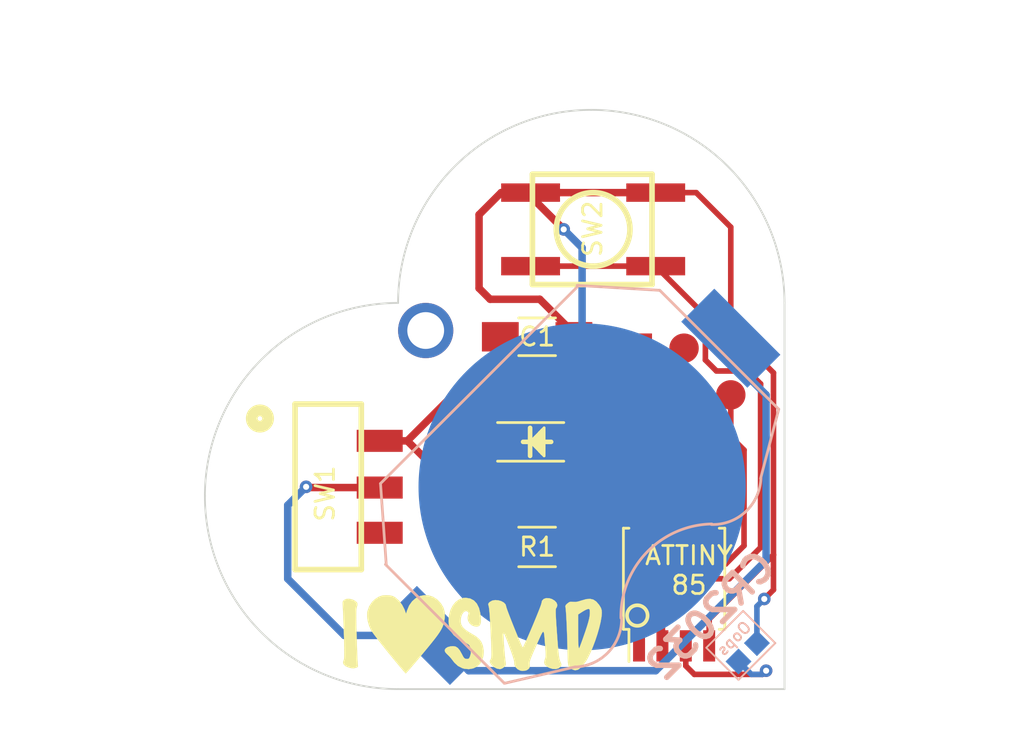
<source format=kicad_pcb>
(kicad_pcb (version 4) (host pcbnew 4.0.7)

  (general
    (links 21)
    (no_connects 0)
    (area 176.970001 66.622599 236.67 109.450001)
    (thickness 1.6)
    (drawings 32)
    (tracks 105)
    (zones 0)
    (modules 12)
    (nets 11)
  )

  (page USLetter)
  (layers
    (0 F.Cu signal)
    (31 B.Cu signal)
    (34 B.Paste user)
    (35 F.Paste user)
    (36 B.SilkS user)
    (37 F.SilkS user)
    (38 B.Mask user)
    (39 F.Mask user)
    (40 Dwgs.User user)
    (44 Edge.Cuts user)
  )

  (setup
    (last_trace_width 0.4064)
    (user_trace_width 0.254)
    (user_trace_width 0.3048)
    (user_trace_width 0.4064)
    (user_trace_width 0.6096)
    (user_trace_width 2.032)
    (trace_clearance 0.1524)
    (zone_clearance 0.508)
    (zone_45_only no)
    (trace_min 0.1524)
    (segment_width 0.1)
    (edge_width 0.1)
    (via_size 0.6858)
    (via_drill 0.3302)
    (via_min_size 0.6858)
    (via_min_drill 0.3302)
    (user_via 1 0.5)
    (uvia_size 0.762)
    (uvia_drill 0.508)
    (uvias_allowed no)
    (uvia_min_size 0.508)
    (uvia_min_drill 0.127)
    (pcb_text_width 0.3)
    (pcb_text_size 1.5 1.5)
    (mod_edge_width 0.15)
    (mod_text_size 1 1)
    (mod_text_width 0.15)
    (pad_size 1.6 1.6)
    (pad_drill 0.9652)
    (pad_to_mask_clearance 0)
    (aux_axis_origin 0 0)
    (grid_origin 210.82 95.25)
    (visible_elements 7FFFFFFF)
    (pcbplotparams
      (layerselection 0x010f0_80000001)
      (usegerberextensions true)
      (excludeedgelayer true)
      (linewidth 0.100000)
      (plotframeref false)
      (viasonmask false)
      (mode 1)
      (useauxorigin false)
      (hpglpennumber 1)
      (hpglpenspeed 20)
      (hpglpendiameter 15)
      (hpglpenoverlay 2)
      (psnegative false)
      (psa4output false)
      (plotreference true)
      (plotvalue true)
      (plotinvisibletext false)
      (padsonsilk false)
      (subtractmaskfromsilk false)
      (outputformat 1)
      (mirror false)
      (drillshape 0)
      (scaleselection 1)
      (outputdirectory gerbers/))
  )

  (net 0 "")
  (net 1 GND)
  (net 2 +BATT)
  (net 3 "Net-(BT1-Pad1)")
  (net 4 "Net-(D1-Pad1)")
  (net 5 "Net-(ATTINY1-Pad1)")
  (net 6 "Net-(ATTINY1-Pad2)")
  (net 7 "Net-(ATTINY1-Pad3)")
  (net 8 "Net-(ATTINY1-Pad5)")
  (net 9 "Net-(ATTINY1-Pad6)")
  (net 10 "Net-(ATTINY1-Pad7)")

  (net_class Default "This is the default net class."
    (clearance 0.1524)
    (trace_width 0.1524)
    (via_dia 0.6858)
    (via_drill 0.3302)
    (uvia_dia 0.762)
    (uvia_drill 0.508)
    (add_net +BATT)
    (add_net GND)
    (add_net "Net-(ATTINY1-Pad1)")
    (add_net "Net-(ATTINY1-Pad2)")
    (add_net "Net-(ATTINY1-Pad3)")
    (add_net "Net-(ATTINY1-Pad5)")
    (add_net "Net-(ATTINY1-Pad6)")
    (add_net "Net-(ATTINY1-Pad7)")
    (add_net "Net-(BT1-Pad1)")
    (add_net "Net-(D1-Pad1)")
  )

  (module myFootPrints:AVR-ISP-6 (layer F.Cu) (tedit 5A713405) (tstamp 5A7132EC)
    (at 211.82 88.25 90)
    (descr "6-lead dip package, row spacing 7.62 mm (300 mils)")
    (tags "dil dip 2.54 300")
    (path /58609061)
    (fp_text reference CON1 (at 0 -2.54 90) (layer F.SilkS) hide
      (effects (font (size 1 1) (thickness 0.15)))
    )
    (fp_text value AVR-ISP-6 (at 0 -3.72 90) (layer F.Fab) hide
      (effects (font (size 1 1) (thickness 0.15)))
    )
    (pad 1 smd oval (at 0 0 90) (size 1.6 1.6) (layers F.Cu F.Paste F.Mask)
      (net 9 "Net-(ATTINY1-Pad6)"))
    (pad 2 smd rect (at 2.54 0 90) (size 1.6 1.6) (layers F.Cu F.Paste F.Mask)
      (net 2 +BATT))
    (pad 3 smd oval (at 0 2.54 90) (size 1.6 1.6) (layers F.Cu F.Paste F.Mask)
      (net 10 "Net-(ATTINY1-Pad7)"))
    (pad 4 smd oval (at 2.54 2.54 90) (size 1.6 1.6) (layers F.Cu F.Paste F.Mask)
      (net 8 "Net-(ATTINY1-Pad5)"))
    (pad 5 smd oval (at 0 5.08 90) (size 1.6 1.6) (layers F.Cu F.Paste F.Mask)
      (net 5 "Net-(ATTINY1-Pad1)"))
    (pad 6 smd oval (at 2.54 5.08 90) (size 1.6 1.6) (layers F.Cu F.Paste F.Mask)
      (net 1 GND))
  )

  (module myFootPrints:SW_SMD_PUSH (layer F.Cu) (tedit 5A2A1ABD) (tstamp 5A2A110C)
    (at 212.82 81.25 180)
    (descr "Through hole pin header")
    (tags "pin header")
    (path /58609F3B)
    (fp_text reference SW2 (at 3.429 2.032 270) (layer F.SilkS)
      (effects (font (size 1 1) (thickness 0.15)))
    )
    (fp_text value SW_PUSH (at 0 -3.1 180) (layer F.Fab)
      (effects (font (size 1 1) (thickness 0.15)))
    )
    (fp_circle (center 3.4 2) (end 3.4 0) (layer F.SilkS) (width 0.3048))
    (fp_line (start 6.7 5) (end 6.7 -1) (layer F.SilkS) (width 0.3048))
    (fp_line (start 0.2 -1) (end 0.2 5) (layer F.SilkS) (width 0.3048))
    (fp_line (start 0.2 5) (end 6.7 5) (layer F.SilkS) (width 0.3048))
    (fp_line (start 0.2 -1) (end 6.7 -1) (layer F.SilkS) (width 0.3048))
    (fp_line (start -1.75 -1.75) (end -1.75 14.45) (layer F.CrtYd) (width 0.05))
    (fp_line (start 4.3 -1.75) (end 4.3 14.45) (layer F.CrtYd) (width 0.05))
    (fp_line (start -1.75 -1.75) (end 4.3 -1.75) (layer F.CrtYd) (width 0.05))
    (fp_line (start -1.75 14.45) (end 4.3 14.45) (layer F.CrtYd) (width 0.05))
    (pad 2 smd rect (at 6.8 4 180) (size 3.2 1) (layers F.Cu F.Paste F.Mask)
      (net 1 GND))
    (pad 1 smd rect (at 6.8 0 180) (size 3.2 1) (layers F.Cu F.Paste F.Mask)
      (net 6 "Net-(ATTINY1-Pad2)"))
    (pad 1 smd rect (at 0 0 180) (size 3.2 1) (layers F.Cu F.Paste F.Mask)
      (net 6 "Net-(ATTINY1-Pad2)"))
    (pad 2 smd rect (at 0 4 180) (size 3.2 1) (layers F.Cu F.Paste F.Mask)
      (net 1 GND))
    (model Pin_Headers.3dshapes/Pin_Header_Straight_2x06.wrl
      (at (xyz 0.05 -0.25 0))
      (scale (xyz 1 1 1))
      (rotate (xyz 0 0 90))
    )
  )

  (module SPST_SMD (layer F.Cu) (tedit 58D85833) (tstamp 586092E3)
    (at 197.82 93.25 270)
    (descr "Through hole pin header")
    (tags "pin header")
    (path /5860A0CD)
    (fp_text reference SW1 (at 0.365 2.97 270) (layer F.SilkS)
      (effects (font (size 1 1) (thickness 0.15)))
    )
    (fp_text value SPST (at 0.1 0 270) (layer F.Fab)
      (effects (font (size 1 1) (thickness 0.15)))
    )
    (fp_line (start -4.5 4.6) (end 4.5 4.6) (layer F.SilkS) (width 0.3048))
    (fp_line (start 4.5 1) (end 4.5 4.6) (layer F.SilkS) (width 0.3048))
    (fp_line (start -4.5 1) (end -4.5 4.6) (layer F.SilkS) (width 0.3048))
    (fp_line (start -4.5 1) (end 4.5 1) (layer F.SilkS) (width 0.3048))
    (fp_text user JS102011SAQN (at 0 1.7 270) (layer F.Fab)
      (effects (font (size 0.8 0.8) (thickness 0.1)))
    )
    (fp_line (start -1.75 14.45) (end 4.3 14.45) (layer F.CrtYd) (width 0.05))
    (pad "" np_thru_hole circle (at 3.4 2.75 270) (size 0.9 0.9) (drill 0.9) (layers *.Cu *.Mask))
    (pad 1 smd rect (at -2.5 0 270) (size 1.2 2.5) (layers F.Cu F.Paste F.Mask)
      (net 2 +BATT))
    (pad 2 smd rect (at 0.04 0 270) (size 1.2 2.5) (layers F.Cu F.Paste F.Mask)
      (net 3 "Net-(BT1-Pad1)"))
    (pad 3 smd rect (at 2.5 0 270) (size 1.2 2.5) (layers F.Cu F.Paste F.Mask))
    (pad "" np_thru_hole circle (at -3.4 2.75 270) (size 0.9 0.9) (drill 0.9) (layers *.Cu *.Mask))
  )

  (module myFootPrints:BATT_CR2032_SMD (layer B.Cu) (tedit 56CFB5D2) (tstamp 586093B2)
    (at 208.82 93.25 225)
    (tags battery)
    (path /56CFA61E)
    (fp_text reference BT1 (at 0 -5.08 225) (layer B.SilkS) hide
      (effects (font (size 1.72974 1.08712) (thickness 0.27178)) (justify mirror))
    )
    (fp_text value Battery (at 0 2.54 225) (layer B.SilkS) hide
      (effects (font (size 1.524 1.016) (thickness 0.254)) (justify mirror))
    )
    (fp_line (start -7.1755 -6.5405) (end -10.541 -4.572) (layer B.SilkS) (width 0.15))
    (fp_line (start 7.1755 -6.6675) (end 10.541 -4.572) (layer B.SilkS) (width 0.15))
    (fp_arc (start -5.4229 -4.6355) (end -3.5179 -6.4135) (angle -90) (layer B.SilkS) (width 0.15))
    (fp_arc (start 5.4102 -4.7625) (end 7.1882 -6.6675) (angle -90) (layer B.SilkS) (width 0.15))
    (fp_arc (start -0.0635 -10.033) (end -3.556 -6.4135) (angle -90) (layer B.SilkS) (width 0.15))
    (fp_line (start 7.62 7.874) (end 10.541 4.5085) (layer B.SilkS) (width 0.15))
    (fp_line (start -10.541 4.572) (end -7.5565 7.9375) (layer B.SilkS) (width 0.15))
    (fp_line (start -7.62 7.874) (end 7.62 7.874) (layer B.SilkS) (width 0.15))
    (fp_line (start -10.541 -4.572) (end -10.541 4.572) (layer B.SilkS) (width 0.15))
    (fp_line (start 10.541 -4.572) (end 10.541 4.572) (layer B.SilkS) (width 0.15))
    (fp_circle (center 0 0) (end -10.16 0) (layer Dwgs.User) (width 0.15))
    (pad 2 smd circle (at 0 0 225) (size 17.78 17.78) (layers B.Cu B.Paste B.Mask)
      (net 1 GND))
    (pad 1 smd rect (at -11.43 0 225) (size 2.54 5.08) (layers B.Cu B.Paste B.Mask)
      (net 3 "Net-(BT1-Pad1)"))
    (pad 1 smd rect (at 11.43 0 225) (size 2.54 5.08) (layers B.Cu B.Paste B.Mask)
      (net 3 "Net-(BT1-Pad1)"))
  )

  (module Pin_Headers:Pin_Header_Straight_1x01 (layer F.Cu) (tedit 5A2A157C) (tstamp 5A2A0E72)
    (at 217.32 102.75 45)
    (descr "Through hole pin header")
    (tags "pin header")
    (path /5A2A0FD5)
    (fp_text reference P2 (at 0 -1.27 45) (layer F.SilkS) hide
      (effects (font (size 1 1) (thickness 0.15)))
    )
    (fp_text value CONN_01X01 (at 0 0.762 45) (layer F.Fab)
      (effects (font (size 0.127 0.127) (thickness 0.03175)))
    )
    (pad 1 smd rect (at 0 0 45) (size 1 1) (layers B.Cu B.Paste B.Mask)
      (net 7 "Net-(ATTINY1-Pad3)"))
    (model Pin_Headers.3dshapes/Pin_Header_Straight_1x01.wrl
      (at (xyz 0 0 0))
      (scale (xyz 1 1 1))
      (rotate (xyz 0 0 90))
    )
  )

  (module Pin_Headers:Pin_Header_Straight_1x01 (layer F.Cu) (tedit 5A2A1594) (tstamp 5A2A0E77)
    (at 218.32 101.75 45)
    (descr "Through hole pin header")
    (tags "pin header")
    (path /5A2A100C)
    (fp_text reference P3 (at 0 -1.016 45) (layer F.SilkS) hide
      (effects (font (size 1 1) (thickness 0.15)))
    )
    (fp_text value CONN_01X01 (at 0 -0.762 45) (layer F.Fab)
      (effects (font (size 0.127 0.127) (thickness 0.03175)))
    )
    (pad 1 smd rect (at 0 0 45) (size 1 1) (layers B.Cu B.Paste B.Mask)
      (net 1 GND))
    (model Pin_Headers.3dshapes/Pin_Header_Straight_1x01.wrl
      (at (xyz 0 0 0))
      (scale (xyz 1 1 1))
      (rotate (xyz 0 0 90))
    )
  )

  (module Housings_SOIC:SOIJ-8_5.3x5.3mm_Pitch1.27mm (layer F.Cu) (tedit 5A2A11B7) (tstamp 58C47A99)
    (at 213.82 98.25 90)
    (descr "8-Lead Plastic Small Outline (SM) - Medium, 5.28 mm Body [SOIC] (see Microchip Packaging Specification 00000049BS.pdf)")
    (tags "SOIC 1.27")
    (path /58C478D3)
    (attr smd)
    (fp_text reference ATTINY1 (at 1.651 0 180) (layer F.SilkS) hide
      (effects (font (size 1 1) (thickness 0.15)))
    )
    (fp_text value ATTINY85-S (at -0.254 0 180) (layer F.SilkS) hide
      (effects (font (size 1 1) (thickness 0.15)))
    )
    (fp_circle (center -2 -2) (end -2.25 -2.5) (layer F.SilkS) (width 0.2))
    (fp_line (start -4.75 -2.95) (end -4.75 2.95) (layer F.CrtYd) (width 0.05))
    (fp_line (start 4.75 -2.95) (end 4.75 2.95) (layer F.CrtYd) (width 0.05))
    (fp_line (start -4.75 -2.95) (end 4.75 -2.95) (layer F.CrtYd) (width 0.05))
    (fp_line (start -4.75 2.95) (end 4.75 2.95) (layer F.CrtYd) (width 0.05))
    (fp_line (start -2.75 -2.755) (end -2.75 -2.455) (layer F.SilkS) (width 0.15))
    (fp_line (start 2.75 -2.755) (end 2.75 -2.455) (layer F.SilkS) (width 0.15))
    (fp_line (start 2.75 2.755) (end 2.75 2.455) (layer F.SilkS) (width 0.15))
    (fp_line (start -2.75 2.755) (end -2.75 2.455) (layer F.SilkS) (width 0.15))
    (fp_line (start -2.75 -2.755) (end 2.75 -2.755) (layer F.SilkS) (width 0.15))
    (fp_line (start -2.75 2.755) (end 2.75 2.755) (layer F.SilkS) (width 0.15))
    (fp_line (start -2.75 -2.455) (end -4.5 -2.455) (layer F.SilkS) (width 0.15))
    (pad 1 smd rect (at -3.65 -1.905 90) (size 1.7 0.65) (layers F.Cu F.Paste F.Mask)
      (net 5 "Net-(ATTINY1-Pad1)"))
    (pad 2 smd rect (at -3.65 -0.635 90) (size 1.7 0.65) (layers F.Cu F.Paste F.Mask)
      (net 6 "Net-(ATTINY1-Pad2)"))
    (pad 3 smd rect (at -3.65 0.635 90) (size 1.7 0.65) (layers F.Cu F.Paste F.Mask)
      (net 7 "Net-(ATTINY1-Pad3)"))
    (pad 4 smd rect (at -3.65 1.905 90) (size 1.7 0.65) (layers F.Cu F.Paste F.Mask)
      (net 1 GND))
    (pad 5 smd rect (at 3.65 1.905 90) (size 1.7 0.65) (layers F.Cu F.Paste F.Mask)
      (net 8 "Net-(ATTINY1-Pad5)"))
    (pad 6 smd rect (at 3.65 0.635 90) (size 1.7 0.65) (layers F.Cu F.Paste F.Mask)
      (net 9 "Net-(ATTINY1-Pad6)"))
    (pad 7 smd rect (at 3.65 -0.635 90) (size 1.7 0.65) (layers F.Cu F.Paste F.Mask)
      (net 10 "Net-(ATTINY1-Pad7)"))
    (pad 8 smd rect (at 3.65 -1.905 90) (size 1.7 0.65) (layers F.Cu F.Paste F.Mask)
      (net 2 +BATT))
    (model Housings_SOIC.3dshapes/SOIJ-8_5.3x5.3mm_Pitch1.27mm.wrl
      (at (xyz 0 0 0))
      (scale (xyz 1 1 1))
      (rotate (xyz 0 0 0))
    )
  )

  (module LEDs:LED-1206 (layer F.Cu) (tedit 58C4D23A) (tstamp 58C47B3C)
    (at 206.375 90.805)
    (descr "LED 1206 smd package")
    (tags "LED1206 SMD")
    (path /58C49927)
    (attr smd)
    (fp_text reference D1 (at 0 -2) (layer F.SilkS) hide
      (effects (font (size 1 1) (thickness 0.15)))
    )
    (fp_text value LED (at 0 2) (layer F.Fab)
      (effects (font (size 1 1) (thickness 0.15)))
    )
    (fp_line (start -0.762 0) (end 0.762 0) (layer F.SilkS) (width 0.25))
    (fp_line (start -0.381 -0.762) (end -0.381 0.762) (layer F.SilkS) (width 0.25))
    (fp_line (start -0.635 0) (end -0.508 0) (layer F.SilkS) (width 0.15))
    (fp_line (start 0.254 0.635) (end 0.381 0.762) (layer F.SilkS) (width 0.15))
    (fp_line (start 0.254 -0.635) (end 0.381 -0.762) (layer F.SilkS) (width 0.15))
    (fp_line (start 0.381 -0.762) (end 0.381 0.762) (layer F.SilkS) (width 0.15))
    (fp_line (start 0.127 -0.508) (end 0.254 -0.635) (layer F.SilkS) (width 0.15))
    (fp_line (start 0.127 0.508) (end 0.254 0.635) (layer F.SilkS) (width 0.15))
    (fp_line (start 0.254 0.508) (end 0.254 0.635) (layer F.SilkS) (width 0.15))
    (fp_line (start 0.254 -0.635) (end 0.254 0.508) (layer F.SilkS) (width 0.15))
    (fp_line (start -2.15 1.05) (end 1.45 1.05) (layer F.SilkS) (width 0.15))
    (fp_line (start -2.15 -1.05) (end 1.45 -1.05) (layer F.SilkS) (width 0.15))
    (fp_line (start 0.027 -0.3) (end 0.027 0.3) (layer F.SilkS) (width 0.15))
    (fp_line (start 0.027 0.3) (end -0.273 0) (layer F.SilkS) (width 0.15))
    (fp_line (start -0.273 0) (end -0.073 -0.2) (layer F.SilkS) (width 0.15))
    (fp_line (start -0.073 -0.2) (end -0.073 0.05) (layer F.SilkS) (width 0.15))
    (fp_line (start -0.073 0.05) (end -0.123 0) (layer F.SilkS) (width 0.15))
    (fp_line (start 0.127 0) (end 0.627 0) (layer F.SilkS) (width 0.15))
    (fp_line (start -0.373 0) (end 0.127 -0.5) (layer F.SilkS) (width 0.15))
    (fp_line (start 0.127 -0.5) (end 0.127 0.5) (layer F.SilkS) (width 0.15))
    (fp_line (start 0.127 0.5) (end -0.373 0) (layer F.SilkS) (width 0.15))
    (fp_line (start 2.5 -1.25) (end -2.5 -1.25) (layer F.CrtYd) (width 0.05))
    (fp_line (start -2.5 -1.25) (end -2.5 1.25) (layer F.CrtYd) (width 0.05))
    (fp_line (start -2.5 1.25) (end 2.5 1.25) (layer F.CrtYd) (width 0.05))
    (fp_line (start 2.5 1.25) (end 2.5 -1.25) (layer F.CrtYd) (width 0.05))
    (pad 2 smd rect (at 1.905 0 180) (size 2 1.80086) (layers F.Cu F.Paste F.Mask)
      (net 8 "Net-(ATTINY1-Pad5)"))
    (pad 1 smd rect (at -1.905 0 180) (size 2 1.80086) (layers F.Cu F.Paste F.Mask)
      (net 4 "Net-(D1-Pad1)"))
    (model LEDs.3dshapes/LED_1206.wrl
      (at (xyz 0 0 0))
      (scale (xyz 1 1 1))
      (rotate (xyz 0 0 0))
    )
  )

  (module Pin_Headers:Pin_Header_Straight_1x01 (layer F.Cu) (tedit 58C4AD73) (tstamp 5860AB5B)
    (at 200.32 84.75)
    (descr "Through hole pin header")
    (tags "pin header")
    (path /5860AE9A)
    (fp_text reference P1 (at -0.6 -0.5) (layer F.SilkS) hide
      (effects (font (size 0.127 0.127) (thickness 0.03175)))
    )
    (fp_text value CONN_01X01 (at 0 0.9) (layer F.Fab)
      (effects (font (size 0.127 0.127) (thickness 0.03175)))
    )
    (pad "" thru_hole circle (at 0 0) (size 3 3) (drill 2) (layers *.Cu *.Mask))
  )

  (module Capacitors_SMD:C_1206_HandSoldering (layer F.Cu) (tedit 58C47DA8) (tstamp 58C47A8D)
    (at 206.375 85.09 180)
    (descr "Capacitor SMD 1206, hand soldering")
    (tags "capacitor 1206")
    (path /553FDF53)
    (attr smd)
    (fp_text reference C1 (at 0 0 180) (layer F.SilkS)
      (effects (font (size 1 1) (thickness 0.15)))
    )
    (fp_text value "0.1 uF" (at 0 2.3 180) (layer F.Fab)
      (effects (font (size 1 1) (thickness 0.15)))
    )
    (fp_line (start -3.3 -1.15) (end 3.3 -1.15) (layer F.CrtYd) (width 0.05))
    (fp_line (start -3.3 1.15) (end 3.3 1.15) (layer F.CrtYd) (width 0.05))
    (fp_line (start -3.3 -1.15) (end -3.3 1.15) (layer F.CrtYd) (width 0.05))
    (fp_line (start 3.3 -1.15) (end 3.3 1.15) (layer F.CrtYd) (width 0.05))
    (fp_line (start 1 -1.025) (end -1 -1.025) (layer F.SilkS) (width 0.15))
    (fp_line (start -1 1.025) (end 1 1.025) (layer F.SilkS) (width 0.15))
    (pad 1 smd rect (at -2 0 180) (size 2 1.6) (layers F.Cu F.Paste F.Mask)
      (net 1 GND))
    (pad 2 smd rect (at 2 0 180) (size 2 1.6) (layers F.Cu F.Paste F.Mask)
      (net 2 +BATT))
    (model Capacitors_SMD.3dshapes/C_1206_HandSoldering.wrl
      (at (xyz 0 0 0))
      (scale (xyz 1 1 1))
      (rotate (xyz 0 0 0))
    )
  )

  (module Resistors_SMD:R_1206_HandSoldering (layer F.Cu) (tedit 58C47DAE) (tstamp 58C47A9F)
    (at 206.375 96.52)
    (descr "Resistor SMD 1206, hand soldering")
    (tags "resistor 1206")
    (path /56CEB2B5)
    (attr smd)
    (fp_text reference R1 (at 0 0) (layer F.SilkS)
      (effects (font (size 1 1) (thickness 0.15)))
    )
    (fp_text value 330 (at 0 2.3) (layer F.Fab)
      (effects (font (size 1 1) (thickness 0.15)))
    )
    (fp_line (start -3.3 -1.2) (end 3.3 -1.2) (layer F.CrtYd) (width 0.05))
    (fp_line (start -3.3 1.2) (end 3.3 1.2) (layer F.CrtYd) (width 0.05))
    (fp_line (start -3.3 -1.2) (end -3.3 1.2) (layer F.CrtYd) (width 0.05))
    (fp_line (start 3.3 -1.2) (end 3.3 1.2) (layer F.CrtYd) (width 0.05))
    (fp_line (start 1 1.075) (end -1 1.075) (layer F.SilkS) (width 0.15))
    (fp_line (start -1 -1.075) (end 1 -1.075) (layer F.SilkS) (width 0.15))
    (pad 1 smd rect (at -2 0) (size 2 1.7) (layers F.Cu F.Paste F.Mask)
      (net 4 "Net-(D1-Pad1)"))
    (pad 2 smd rect (at 2 0) (size 2 1.7) (layers F.Cu F.Paste F.Mask)
      (net 9 "Net-(ATTINY1-Pad6)"))
    (model Resistors_SMD.3dshapes/R_1206_HandSoldering.wrl
      (at (xyz 0 0 0))
      (scale (xyz 1 1 1))
      (rotate (xyz 0 0 0))
    )
  )

  (module myFootPrints:IheartSMD (layer F.Cu) (tedit 0) (tstamp 58D86362)
    (at 202.82 101.25)
    (fp_text reference G*** (at 0 0) (layer F.SilkS) hide
      (effects (font (thickness 0.3)))
    )
    (fp_text value LOGO (at 0.75 0) (layer F.SilkS) hide
      (effects (font (thickness 0.3)))
    )
    (fp_poly (pts (xy -2.34405 -2.096245) (xy -2.105224 -2.02035) (xy -1.879461 -1.87745) (xy -1.67627 -1.665485)
      (xy -1.672077 -1.659965) (xy -1.535728 -1.428984) (xy -1.466826 -1.179985) (xy -1.462632 -0.900188)
      (xy -1.480305 -0.765648) (xy -1.506685 -0.630011) (xy -1.540934 -0.503324) (xy -1.587938 -0.377969)
      (xy -1.652583 -0.246325) (xy -1.739753 -0.100773) (xy -1.854334 0.066306) (xy -2.001212 0.26253)
      (xy -2.185271 0.495519) (xy -2.411397 0.772893) (xy -2.65632 1.068462) (xy -2.863883 1.316796)
      (xy -3.056151 1.544929) (xy -3.227337 1.746142) (xy -3.371657 1.913715) (xy -3.483327 2.040929)
      (xy -3.55656 2.121066) (xy -3.585338 2.147469) (xy -3.616012 2.117825) (xy -3.690038 2.034352)
      (xy -3.801593 1.903968) (xy -3.944854 1.733589) (xy -4.114 1.530133) (xy -4.303208 1.300517)
      (xy -4.474308 1.091353) (xy -4.682749 0.833626) (xy -4.880586 0.585062) (xy -5.060943 0.354598)
      (xy -5.216944 0.151173) (xy -5.34171 -0.016276) (xy -5.428366 -0.13881) (xy -5.462934 -0.193553)
      (xy -5.575671 -0.442679) (xy -5.651356 -0.710052) (xy -5.68505 -0.970983) (xy -5.671813 -1.200783)
      (xy -5.668122 -1.219233) (xy -5.570242 -1.503796) (xy -5.409772 -1.744798) (xy -5.251857 -1.892196)
      (xy -5.056812 -2.018715) (xy -4.866654 -2.087112) (xy -4.650419 -2.106675) (xy -4.549401 -2.10289)
      (xy -4.38003 -2.082879) (xy -4.251303 -2.040775) (xy -4.13585 -1.971583) (xy -3.949099 -1.803253)
      (xy -3.782896 -1.584088) (xy -3.657219 -1.341409) (xy -3.638259 -1.291192) (xy -3.5686 -1.093389)
      (xy -3.518915 -1.259848) (xy -3.401368 -1.54273) (xy -3.239839 -1.770965) (xy -3.043835 -1.942494)
      (xy -2.822863 -2.055257) (xy -2.586433 -2.107194) (xy -2.34405 -2.096245)) (layer F.SilkS) (width 0.01))
    (fp_poly (pts (xy 4.210181 -1.942334) (xy 4.354907 -1.898655) (xy 4.509585 -1.8085) (xy 4.610951 -1.696348)
      (xy 4.652707 -1.574999) (xy 4.628556 -1.457256) (xy 4.595388 -1.409846) (xy 4.581052 -1.384052)
      (xy 4.571272 -1.338764) (xy 4.566268 -1.266233) (xy 4.566261 -1.158706) (xy 4.571472 -1.008433)
      (xy 4.582122 -0.807662) (xy 4.598431 -0.548642) (xy 4.620622 -0.223622) (xy 4.635014 -0.019538)
      (xy 4.661576 0.347706) (xy 4.684425 0.645637) (xy 4.704585 0.882954) (xy 4.723077 1.068352)
      (xy 4.740923 1.210532) (xy 4.759146 1.318189) (xy 4.778769 1.400021) (xy 4.800814 1.464727)
      (xy 4.812779 1.492748) (xy 4.86011 1.604073) (xy 4.874765 1.673783) (xy 4.858609 1.73037)
      (xy 4.831274 1.775435) (xy 4.727443 1.867301) (xy 4.579917 1.910188) (xy 4.406042 1.903922)
      (xy 4.223164 1.848332) (xy 4.103179 1.782706) (xy 3.983992 1.677881) (xy 3.938703 1.562564)
      (xy 3.963135 1.422748) (xy 3.982132 1.376791) (xy 4.003807 1.317943) (xy 4.016854 1.247058)
      (xy 4.021452 1.150344) (xy 4.017776 1.014007) (xy 4.006003 0.824256) (xy 3.991631 0.63433)
      (xy 3.969436 0.343476) (xy 3.951134 0.123274) (xy 3.932095 -0.02632) (xy 3.90769 -0.105355)
      (xy 3.873292 -0.113877) (xy 3.824271 -0.051932) (xy 3.755999 0.080433) (xy 3.663846 0.283171)
      (xy 3.543184 0.556235) (xy 3.510691 0.629481) (xy 3.388617 0.905519) (xy 3.295606 1.120487)
      (xy 3.22816 1.284362) (xy 3.182779 1.407121) (xy 3.155967 1.498742) (xy 3.144223 1.5692)
      (xy 3.144049 1.628474) (xy 3.148128 1.663394) (xy 3.157036 1.778047) (xy 3.133809 1.852855)
      (xy 3.083401 1.909807) (xy 2.998885 1.969379) (xy 2.926596 1.992923) (xy 2.836247 2.001972)
      (xy 2.806965 2.008896) (xy 2.735111 2.009803) (xy 2.633855 1.989851) (xy 2.631163 1.98908)
      (xy 2.495802 1.920102) (xy 2.387776 1.81079) (xy 2.32431 1.683267) (xy 2.316829 1.585344)
      (xy 2.313086 1.512089) (xy 2.285363 1.390157) (xy 2.231922 1.213828) (xy 2.151025 0.977378)
      (xy 2.040931 0.675086) (xy 2.036923 0.664308) (xy 1.938752 0.40259) (xy 1.863553 0.208096)
      (xy 1.808302 0.074349) (xy 1.769975 -0.00513) (xy 1.745546 -0.036821) (xy 1.731991 -0.0272)
      (xy 1.727307 0.00118) (xy 1.726457 0.088072) (xy 1.73201 0.23249) (xy 1.742731 0.419067)
      (xy 1.757384 0.632437) (xy 1.774733 0.857233) (xy 1.793542 1.07809) (xy 1.812575 1.279639)
      (xy 1.830597 1.446516) (xy 1.846371 1.563353) (xy 1.856776 1.611074) (xy 1.850116 1.689328)
      (xy 1.789813 1.776366) (xy 1.695651 1.85421) (xy 1.587414 1.904882) (xy 1.522557 1.91477)
      (xy 1.362158 1.882289) (xy 1.201376 1.797514) (xy 1.071842 1.679447) (xy 1.0319 1.620012)
      (xy 0.989323 1.530362) (xy 0.986847 1.469528) (xy 1.023841 1.399627) (xy 1.028116 1.393074)
      (xy 1.045638 1.361348) (xy 1.058987 1.320474) (xy 1.068212 1.262057) (xy 1.07336 1.177702)
      (xy 1.074479 1.059016) (xy 1.071618 0.897605) (xy 1.064824 0.685073) (xy 1.054145 0.413028)
      (xy 1.039629 0.073075) (xy 1.036102 -0.007605) (xy 1.019704 -0.352791) (xy 1.002199 -0.668962)
      (xy 0.984253 -0.946912) (xy 0.966532 -1.177432) (xy 0.9497 -1.351314) (xy 0.934422 -1.459349)
      (xy 0.929803 -1.479092) (xy 0.902461 -1.586355) (xy 0.905961 -1.651164) (xy 0.947559 -1.705573)
      (xy 0.989516 -1.742861) (xy 1.11924 -1.813726) (xy 1.276952 -1.840572) (xy 1.44522 -1.828416)
      (xy 1.606611 -1.782277) (xy 1.743692 -1.707175) (xy 1.839031 -1.608128) (xy 1.875194 -1.490154)
      (xy 1.875195 -1.48788) (xy 1.889061 -1.432449) (xy 1.927988 -1.318218) (xy 1.987643 -1.155951)
      (xy 2.063688 -0.956414) (xy 2.151789 -0.730373) (xy 2.247611 -0.488593) (xy 2.346818 -0.241838)
      (xy 2.445074 -0.000876) (xy 2.538044 0.223529) (xy 2.621394 0.420612) (xy 2.690786 0.579607)
      (xy 2.741886 0.689749) (xy 2.770359 0.740272) (xy 2.773341 0.74233) (xy 2.797641 0.707698)
      (xy 2.846672 0.610777) (xy 2.916109 0.46183) (xy 3.001627 0.271121) (xy 3.098901 0.048913)
      (xy 3.203606 -0.194531) (xy 3.311417 -0.448948) (xy 3.418009 -0.704075) (xy 3.519058 -0.949648)
      (xy 3.610237 -1.175404) (xy 3.687223 -1.37108) (xy 3.74569 -1.526414) (xy 3.781314 -1.631141)
      (xy 3.790461 -1.671302) (xy 3.822869 -1.806741) (xy 3.911858 -1.900375) (xy 4.045079 -1.947231)
      (xy 4.210181 -1.942334)) (layer F.SilkS) (width 0.01))
    (fp_poly (pts (xy 6.611152 -1.865882) (xy 6.768849 -1.761157) (xy 6.916401 -1.590471) (xy 6.945923 -1.547851)
      (xy 7.025612 -1.412648) (xy 7.063559 -1.291976) (xy 7.072923 -1.150907) (xy 7.055285 -0.924379)
      (xy 7.005674 -0.644287) (xy 6.929042 -0.325947) (xy 6.830339 0.015324) (xy 6.714518 0.36421)
      (xy 6.58653 0.705395) (xy 6.451328 1.023562) (xy 6.313862 1.303394) (xy 6.234125 1.443614)
      (xy 6.144558 1.574225) (xy 6.037521 1.705783) (xy 5.9277 1.822894) (xy 5.82978 1.910163)
      (xy 5.758446 1.952196) (xy 5.747391 1.953847) (xy 5.679798 1.965695) (xy 5.65958 1.97196)
      (xy 5.58984 1.969808) (xy 5.493372 1.939564) (xy 5.490307 1.938222) (xy 5.404553 1.897661)
      (xy 5.339203 1.854595) (xy 5.291255 1.798295) (xy 5.257705 1.718032) (xy 5.235552 1.603077)
      (xy 5.221792 1.442701) (xy 5.213422 1.226174) (xy 5.207441 0.942768) (xy 5.207147 0.926493)
      (xy 5.199974 0.594325) (xy 5.190449 0.254891) (xy 5.179064 -0.081148) (xy 5.166307 -0.40313)
      (xy 5.152668 -0.700395) (xy 5.138637 -0.962283) (xy 5.132537 -1.056781) (xy 5.783384 -1.056781)
      (xy 5.783384 -0.199432) (xy 5.784524 0.120145) (xy 5.788206 0.36829) (xy 5.794827 0.551695)
      (xy 5.804782 0.677053) (xy 5.818468 0.751057) (xy 5.836279 0.780398) (xy 5.841398 0.781539)
      (xy 5.857413 0.746785) (xy 5.89456 0.65099) (xy 5.948084 0.506858) (xy 6.013233 0.327089)
      (xy 6.049789 0.224693) (xy 6.170786 -0.122019) (xy 6.2647 -0.406164) (xy 6.334202 -0.637446)
      (xy 6.381963 -0.825565) (xy 6.410655 -0.980226) (xy 6.422948 -1.111129) (xy 6.423632 -1.13323)
      (xy 6.422684 -1.258376) (xy 6.408739 -1.325289) (xy 6.375296 -1.353618) (xy 6.348764 -1.359522)
      (xy 6.278291 -1.344743) (xy 6.167015 -1.295181) (xy 6.037911 -1.22122) (xy 6.026379 -1.213836)
      (xy 5.783384 -1.056781) (xy 5.132537 -1.056781) (xy 5.124702 -1.178131) (xy 5.111355 -1.33728)
      (xy 5.099083 -1.429069) (xy 5.098956 -1.429663) (xy 5.091105 -1.515274) (xy 5.122008 -1.58235)
      (xy 5.201495 -1.65836) (xy 5.294825 -1.726139) (xy 5.380789 -1.751003) (xy 5.49977 -1.74412)
      (xy 5.507835 -1.743074) (xy 5.642889 -1.738311) (xy 5.790445 -1.763592) (xy 5.95923 -1.816398)
      (xy 6.218137 -1.890292) (xy 6.431513 -1.907857) (xy 6.611152 -1.865882)) (layer F.SilkS) (width 0.01))
    (fp_poly (pts (xy -0.08157 -1.924859) (xy 0.119595 -1.818609) (xy 0.279311 -1.647326) (xy 0.396236 -1.412426)
      (xy 0.466339 -1.132373) (xy 0.500202 -0.862655) (xy 0.501546 -0.65965) (xy 0.468366 -0.518122)
      (xy 0.398658 -0.432833) (xy 0.290417 -0.398547) (xy 0.187007 -0.402567) (xy 0.022986 -0.458462)
      (xy -0.107678 -0.566887) (xy -0.193914 -0.710176) (xy -0.22465 -0.870663) (xy -0.196209 -1.014011)
      (xy -0.167136 -1.109175) (xy -0.181089 -1.172167) (xy -0.195414 -1.191881) (xy -0.278029 -1.245413)
      (xy -0.369251 -1.232389) (xy -0.45776 -1.161828) (xy -0.532239 -1.042744) (xy -0.581313 -0.884458)
      (xy -0.600584 -0.68899) (xy -0.574129 -0.522805) (xy -0.495226 -0.375621) (xy -0.357152 -0.237156)
      (xy -0.153185 -0.097128) (xy -0.0149 -0.018128) (xy 0.223532 0.127163) (xy 0.396984 0.271723)
      (xy 0.51748 0.428179) (xy 0.597046 0.609158) (xy 0.604015 0.631773) (xy 0.655343 0.924217)
      (xy 0.636198 1.206319) (xy 0.548448 1.466012) (xy 0.450415 1.623815) (xy 0.286878 1.776761)
      (xy 0.079863 1.875382) (xy -0.154297 1.915659) (xy -0.399267 1.89357) (xy -0.512491 1.860858)
      (xy -0.748329 1.740098) (xy -0.946 1.556863) (xy -1.022725 1.45561) (xy -1.121166 1.327126)
      (xy -1.230147 1.205768) (xy -1.27831 1.15977) (xy -1.368909 1.071732) (xy -1.43624 0.991383)
      (xy -1.448715 0.971564) (xy -1.465512 0.873525) (xy -1.414822 0.786441) (xy -1.307233 0.717766)
      (xy -1.153334 0.674957) (xy -1.012348 0.664308) (xy -0.876932 0.686654) (xy -0.758934 0.759596)
      (xy -0.648527 0.891984) (xy -0.535883 1.092672) (xy -0.535153 1.094154) (xy -0.465871 1.228004)
      (xy -0.41207 1.306136) (xy -0.358451 1.34467) (xy -0.289713 1.359726) (xy -0.282378 1.360469)
      (xy -0.194043 1.359893) (xy -0.141119 1.322752) (xy -0.096762 1.234724) (xy -0.046514 1.054309)
      (xy -0.050882 0.865654) (xy -0.080832 0.730435) (xy -0.105883 0.658031) (xy -0.144138 0.601611)
      (xy -0.210683 0.54875) (xy -0.320602 0.487023) (xy -0.46023 0.417902) (xy -0.755259 0.249762)
      (xy -0.977739 0.06329) (xy -1.132413 -0.14826) (xy -1.224021 -0.391633) (xy -1.257305 -0.673574)
      (xy -1.257581 -0.71638) (xy -1.228979 -1.026375) (xy -1.150871 -1.305792) (xy -1.029403 -1.546426)
      (xy -0.870719 -1.740071) (xy -0.680962 -1.878524) (xy -0.466276 -1.953578) (xy -0.322842 -1.964662)
      (xy -0.08157 -1.924859)) (layer F.SilkS) (width 0.01))
    (fp_poly (pts (xy -6.518611 -1.882257) (xy -6.409155 -1.83689) (xy -6.276787 -1.754816) (xy -6.213258 -1.670643)
      (xy -6.210551 -1.568093) (xy -6.236569 -1.486461) (xy -6.251088 -1.43895) (xy -6.262123 -1.372811)
      (xy -6.269766 -1.28017) (xy -6.274107 -1.153157) (xy -6.275237 -0.983901) (xy -6.273246 -0.76453)
      (xy -6.268226 -0.487173) (xy -6.260268 -0.143958) (xy -6.254608 0.078154) (xy -6.245346 0.41081)
      (xy -6.235495 0.724) (xy -6.225449 1.00785) (xy -6.215604 1.252481) (xy -6.206357 1.448018)
      (xy -6.198102 1.584584) (xy -6.1916 1.65037) (xy -6.180359 1.748638) (xy -6.20133 1.800393)
      (xy -6.266818 1.834698) (xy -6.270189 1.835985) (xy -6.406266 1.868926) (xy -6.552799 1.859856)
      (xy -6.691624 1.823843) (xy -6.862868 1.747438) (xy -6.964249 1.649742) (xy -6.993148 1.534965)
      (xy -6.948992 1.410561) (xy -6.936851 1.371172) (xy -6.928407 1.293703) (xy -6.923653 1.17199)
      (xy -6.922584 0.999871) (xy -6.925194 0.771185) (xy -6.931478 0.479767) (xy -6.941429 0.119456)
      (xy -6.947627 -0.083601) (xy -6.958527 -0.414351) (xy -6.969819 -0.72455) (xy -6.98107 -1.004507)
      (xy -6.991847 -1.244531) (xy -7.001715 -1.434928) (xy -7.010242 -1.566007) (xy -7.016649 -1.626487)
      (xy -7.01007 -1.750297) (xy -6.943571 -1.842421) (xy -6.830558 -1.898219) (xy -6.684436 -1.913045)
      (xy -6.518611 -1.882257)) (layer F.SilkS) (width 0.01))
  )

  (gr_line (start 215.57 102) (end 217.32 103.75) (angle 90) (layer B.SilkS) (width 0.1))
  (gr_line (start 217.57 100) (end 215.57 102) (angle 90) (layer B.SilkS) (width 0.1))
  (gr_line (start 219.32 101.75) (end 217.57 100) (angle 90) (layer B.SilkS) (width 0.1))
  (gr_line (start 217.32 103.75) (end 219.32 101.75) (angle 90) (layer B.SilkS) (width 0.1))
  (dimension 21 (width 0.3) (layer Dwgs.User)
    (gr_text "21.000 mm" (at 209.32 108.1) (layer Dwgs.User)
      (effects (font (size 1.5 1.5) (thickness 0.3)))
    )
    (feature1 (pts (xy 198.82 104.25) (xy 198.82 109.45)))
    (feature2 (pts (xy 219.82 104.25) (xy 219.82 109.45)))
    (crossbar (pts (xy 219.82 106.75) (xy 198.82 106.75)))
    (arrow1a (pts (xy 198.82 106.75) (xy 199.946504 106.163579)))
    (arrow1b (pts (xy 198.82 106.75) (xy 199.946504 107.336421)))
    (arrow2a (pts (xy 219.82 106.75) (xy 218.693496 106.163579)))
    (arrow2b (pts (xy 219.82 106.75) (xy 218.693496 107.336421)))
  )
  (gr_arc (start 198.82 93.75) (end 188.32 93.75) (angle 90) (layer Edge.Cuts) (width 0.1))
  (gr_arc (start 198.82 93.75) (end 198.82 104.25) (angle 90) (layer Edge.Cuts) (width 0.1))
  (gr_arc (start 209.32 83.25) (end 198.82 83.25) (angle 90) (layer Edge.Cuts) (width 0.1))
  (gr_arc (start 209.32 83.25) (end 209.32 72.75) (angle 90) (layer Edge.Cuts) (width 0.1))
  (gr_line (start 219.82 104.25) (end 198.82 104.25) (angle 90) (layer Edge.Cuts) (width 0.1))
  (gr_line (start 219.82 104.25) (end 219.82 83.25) (angle 90) (layer Edge.Cuts) (width 0.1))
  (dimension 10.5 (width 0.3) (layer Dwgs.User)
    (gr_text "10.500 mm" (at 214.57 74.9) (layer Dwgs.User)
      (effects (font (size 1.5 1.5) (thickness 0.3)))
    )
    (feature1 (pts (xy 209.32 83.25) (xy 209.32 73.55)))
    (feature2 (pts (xy 219.82 83.25) (xy 219.82 73.55)))
    (crossbar (pts (xy 219.82 76.25) (xy 209.32 76.25)))
    (arrow1a (pts (xy 209.32 76.25) (xy 210.446504 75.663579)))
    (arrow1b (pts (xy 209.32 76.25) (xy 210.446504 76.836421)))
    (arrow2a (pts (xy 219.82 76.25) (xy 218.693496 75.663579)))
    (arrow2b (pts (xy 219.82 76.25) (xy 218.693496 76.836421)))
  )
  (dimension 10.5 (width 0.3) (layer Dwgs.User)
    (gr_text "10.500 mm" (at 183.47 99 90) (layer Dwgs.User)
      (effects (font (size 1.5 1.5) (thickness 0.3)))
    )
    (feature1 (pts (xy 198.82 93.75) (xy 182.12 93.75)))
    (feature2 (pts (xy 198.82 104.25) (xy 182.12 104.25)))
    (crossbar (pts (xy 184.82 104.25) (xy 184.82 93.75)))
    (arrow1a (pts (xy 184.82 93.75) (xy 185.406421 94.876504)))
    (arrow1b (pts (xy 184.82 93.75) (xy 184.233579 94.876504)))
    (arrow2a (pts (xy 184.82 104.25) (xy 185.406421 103.123496)))
    (arrow2b (pts (xy 184.82 104.25) (xy 184.233579 103.123496)))
  )
  (dimension 21 (width 0.3) (layer Dwgs.User)
    (gr_text "21.000 mm" (at 226.17 93.75 90) (layer Dwgs.User)
      (effects (font (size 1.5 1.5) (thickness 0.3)))
    )
    (feature1 (pts (xy 219.82 83.25) (xy 227.52 83.25)))
    (feature2 (pts (xy 219.82 104.25) (xy 227.52 104.25)))
    (crossbar (pts (xy 224.82 104.25) (xy 224.82 83.25)))
    (arrow1a (pts (xy 224.82 83.25) (xy 225.406421 84.376504)))
    (arrow1b (pts (xy 224.82 83.25) (xy 224.233579 84.376504)))
    (arrow2a (pts (xy 224.82 104.25) (xy 225.406421 103.123496)))
    (arrow2b (pts (xy 224.82 104.25) (xy 224.233579 103.123496)))
  )
  (dimension 11 (width 0.3) (layer Dwgs.User)
    (gr_text "11.000 mm" (at 230.17 77.75 270) (layer Dwgs.User)
      (effects (font (size 1.5 1.5) (thickness 0.3)))
    )
    (feature1 (pts (xy 214.82 83.25) (xy 231.52 83.25)))
    (feature2 (pts (xy 214.82 72.25) (xy 231.52 72.25)))
    (crossbar (pts (xy 228.82 72.25) (xy 228.82 83.25)))
    (arrow1a (pts (xy 228.82 83.25) (xy 228.233579 82.123496)))
    (arrow1b (pts (xy 228.82 83.25) (xy 229.406421 82.123496)))
    (arrow2a (pts (xy 228.82 72.25) (xy 228.233579 73.376504)))
    (arrow2b (pts (xy 228.82 72.25) (xy 229.406421 73.376504)))
  )
  (gr_line (start 197.82 93.25) (end 197.82 95.25) (angle 90) (layer Dwgs.User) (width 0.1))
  (gr_text Oops (at 217.07 101.5 45) (layer B.SilkS)
    (effects (font (size 0.6 0.6) (thickness 0.1)) (justify mirror))
  )
  (gr_text "ATTINY\n85" (at 214.63 97.79) (layer F.SilkS)
    (effects (font (size 1 1) (thickness 0.15)))
  )
  (gr_text CR2032 (at 215.82 100.25 45) (layer B.SilkS)
    (effects (font (size 1.5 1.5) (thickness 0.3)) (justify mirror))
  )
  (gr_circle (center 191.31 89.535) (end 191.31 89.662) (layer F.SilkS) (width 0.3))
  (gr_circle (center 191.31 89.535) (end 191.437 89.916) (layer F.SilkS) (width 0.254))
  (gr_circle (center 191.31 89.535) (end 190.675 89.535) (layer F.SilkS) (width 0.254))
  (gr_line (start 200.82 103.25) (end 196.82 99.25) (angle 90) (layer Dwgs.User) (width 0.254))
  (gr_line (start 202.82 101.25) (end 200.82 103.25) (angle 90) (layer Dwgs.User) (width 0.254))
  (gr_line (start 198.82 97.25) (end 202.82 101.25) (angle 90) (layer Dwgs.User) (width 0.254))
  (gr_line (start 196.82 99.25) (end 198.82 97.25) (angle 90) (layer Dwgs.User) (width 0.254))
  (gr_line (start 216.82 87.25) (end 218.82 85.25) (angle 90) (layer Dwgs.User) (width 0.254))
  (gr_line (start 216.82 87.25) (end 212.82 83.25) (angle 90) (layer Dwgs.User) (width 0.254))
  (gr_line (start 214.82 81.25) (end 218.82 85.25) (angle 90) (layer Dwgs.User) (width 0.254))
  (gr_line (start 212.82 83.25) (end 214.82 81.25) (angle 90) (layer Dwgs.User) (width 0.254))
  (gr_circle (center 207.82 92.25) (end 197.82 90.25) (layer Dwgs.User) (width 0.254))
  (gr_line (start 202.32 86.75) (end 219.82 104.25) (angle 90) (layer Dwgs.User) (width 0.1))

  (segment (start 208.82 93.25) (end 208.82 80.25) (width 0.4064) (layer B.Cu) (net 1))
  (segment (start 207.82 79.25) (end 206.02 77.45) (width 0.4064) (layer F.Cu) (net 1) (tstamp 5A713C0D))
  (via (at 207.82 79.25) (size 0.6858) (drill 0.3302) (layers F.Cu B.Cu) (net 1))
  (segment (start 208.82 80.25) (end 207.82 79.25) (width 0.4064) (layer B.Cu) (net 1) (tstamp 5A713BF9))
  (segment (start 206.02 77.45) (end 206.02 77.25) (width 0.4064) (layer F.Cu) (net 1) (tstamp 5A713C0E))
  (segment (start 218.32 101.75) (end 218.32 99.75) (width 0.3048) (layer B.Cu) (net 1))
  (segment (start 219.22 98.85) (end 219.22 96.95) (width 0.3048) (layer F.Cu) (net 1) (tstamp 5A713999))
  (segment (start 218.72 99.35) (end 219.22 98.85) (width 0.3048) (layer F.Cu) (net 1) (tstamp 5A713998))
  (via (at 218.72 99.35) (size 0.6858) (drill 0.3302) (layers F.Cu B.Cu) (net 1))
  (segment (start 218.32 99.75) (end 218.72 99.35) (width 0.3048) (layer B.Cu) (net 1) (tstamp 5A713991))
  (segment (start 208.375 85.09) (end 208.375 84.905) (width 0.4064) (layer F.Cu) (net 1))
  (segment (start 208.375 84.905) (end 206.52 83.05) (width 0.4064) (layer F.Cu) (net 1) (tstamp 5A71395D))
  (segment (start 206.52 83.05) (end 203.82 83.05) (width 0.4064) (layer F.Cu) (net 1) (tstamp 5A71395E))
  (segment (start 203.82 83.05) (end 203.22 82.45) (width 0.4064) (layer F.Cu) (net 1) (tstamp 5A713960))
  (segment (start 203.22 82.45) (end 203.22 78.45) (width 0.4064) (layer F.Cu) (net 1) (tstamp 5A713961))
  (segment (start 203.22 78.45) (end 204.42 77.25) (width 0.4064) (layer F.Cu) (net 1) (tstamp 5A713962))
  (segment (start 204.42 77.25) (end 206.02 77.25) (width 0.4064) (layer F.Cu) (net 1) (tstamp 5A713964))
  (segment (start 216.9 85.71) (end 216.9 79.13) (width 0.3048) (layer F.Cu) (net 1))
  (segment (start 215.02 77.25) (end 212.82 77.25) (width 0.3048) (layer F.Cu) (net 1) (tstamp 5A71391A))
  (segment (start 216.9 79.13) (end 215.02 77.25) (width 0.3048) (layer F.Cu) (net 1) (tstamp 5A713915))
  (segment (start 215.725 101.9) (end 215.725 100.445) (width 0.3048) (layer F.Cu) (net 1))
  (segment (start 217.88 85.71) (end 216.9 85.71) (width 0.3048) (layer F.Cu) (net 1) (tstamp 5A713911))
  (segment (start 219.22 87.05) (end 217.88 85.71) (width 0.3048) (layer F.Cu) (net 1) (tstamp 5A71390C))
  (segment (start 219.22 96.95) (end 219.22 87.05) (width 0.3048) (layer F.Cu) (net 1) (tstamp 5A713908))
  (segment (start 215.725 100.445) (end 219.22 96.95) (width 0.3048) (layer F.Cu) (net 1) (tstamp 5A713904))
  (segment (start 212.82 77.25) (end 206.02 77.25) (width 0.4064) (layer F.Cu) (net 1))
  (segment (start 215.725 101.9) (end 215.725 101.345) (width 0.4064) (layer F.Cu) (net 1))
  (segment (start 211.915 94.6) (end 211.915 97.055) (width 0.4064) (layer F.Cu) (net 2))
  (segment (start 201.12 92.55) (end 199.32 90.75) (width 0.4064) (layer F.Cu) (net 2) (tstamp 5A713955))
  (segment (start 201.12 96.85) (end 201.12 92.55) (width 0.4064) (layer F.Cu) (net 2) (tstamp 5A713953))
  (segment (start 202.82 98.55) (end 201.12 96.85) (width 0.4064) (layer F.Cu) (net 2) (tstamp 5A713950))
  (segment (start 210.42 98.55) (end 202.82 98.55) (width 0.4064) (layer F.Cu) (net 2) (tstamp 5A71394F))
  (segment (start 211.915 97.055) (end 210.42 98.55) (width 0.4064) (layer F.Cu) (net 2) (tstamp 5A71394D))
  (segment (start 211.82 85.71) (end 211.66 85.71) (width 0.4064) (layer F.Cu) (net 2))
  (segment (start 211.66 85.71) (end 210.42 86.95) (width 0.4064) (layer F.Cu) (net 2) (tstamp 5A713941))
  (segment (start 210.42 86.95) (end 206.235 86.95) (width 0.4064) (layer F.Cu) (net 2) (tstamp 5A713943))
  (segment (start 206.235 86.95) (end 204.375 85.09) (width 0.4064) (layer F.Cu) (net 2) (tstamp 5A713945))
  (segment (start 197.82 90.75) (end 199.32 90.75) (width 0.4064) (layer F.Cu) (net 2))
  (segment (start 199.32 90.75) (end 204.375 85.695) (width 0.4064) (layer F.Cu) (net 2) (tstamp 5A7131E3))
  (segment (start 204.375 85.695) (end 204.375 85.09) (width 0.4064) (layer F.Cu) (net 2) (tstamp 5A7131E9))
  (segment (start 216.902231 85.167769) (end 216.902231 86.332231) (width 0.4064) (layer B.Cu) (net 3))
  (segment (start 216.902231 86.332231) (end 218.82 88.25) (width 0.4064) (layer B.Cu) (net 3) (tstamp 5A713C6B))
  (segment (start 218.82 88.25) (end 218.82 97.25) (width 0.4064) (layer B.Cu) (net 3) (tstamp 5A713C6D))
  (segment (start 218.82 97.25) (end 212.82 103.25) (width 0.4064) (layer B.Cu) (net 3) (tstamp 5A713C71))
  (segment (start 212.82 103.25) (end 202.655538 103.25) (width 0.4064) (layer B.Cu) (net 3) (tstamp 5A713C79))
  (segment (start 202.655538 103.25) (end 200.737769 101.332231) (width 0.4064) (layer B.Cu) (net 3) (tstamp 5A713C7C))
  (segment (start 200.737769 101.332231) (end 195.902231 101.332231) (width 0.4064) (layer B.Cu) (net 3))
  (segment (start 193.86 93.29) (end 197.82 93.29) (width 0.4064) (layer F.Cu) (net 3) (tstamp 5A713BDB))
  (segment (start 193.82 93.25) (end 193.86 93.29) (width 0.4064) (layer F.Cu) (net 3) (tstamp 5A713BDA))
  (via (at 193.82 93.25) (size 0.6858) (drill 0.3302) (layers F.Cu B.Cu) (net 3))
  (segment (start 192.82 94.25) (end 193.82 93.25) (width 0.4064) (layer B.Cu) (net 3) (tstamp 5A713BD2))
  (segment (start 192.82 98.25) (end 192.82 94.25) (width 0.4064) (layer B.Cu) (net 3) (tstamp 5A713BCC))
  (segment (start 195.902231 101.332231) (end 192.82 98.25) (width 0.4064) (layer B.Cu) (net 3) (tstamp 5A713BC8))
  (segment (start 204.375 96.52) (end 204.375 90.9) (width 0.4064) (layer F.Cu) (net 4))
  (segment (start 204.375 90.9) (end 204.47 90.805) (width 0.4064) (layer F.Cu) (net 4) (tstamp 5A7130DC))
  (segment (start 211.915 101.9) (end 211.915 99.455) (width 0.3048) (layer F.Cu) (net 5))
  (segment (start 216.9 90.53) (end 216.9 88.25) (width 0.3048) (layer F.Cu) (net 5) (tstamp 5A713874))
  (segment (start 217.62 91.25) (end 216.9 90.53) (width 0.3048) (layer F.Cu) (net 5) (tstamp 5A713872))
  (segment (start 217.62 96.45) (end 217.62 91.25) (width 0.3048) (layer F.Cu) (net 5) (tstamp 5A713871))
  (segment (start 216.62 97.45) (end 217.62 96.45) (width 0.3048) (layer F.Cu) (net 5) (tstamp 5A713870))
  (segment (start 213.92 97.45) (end 216.62 97.45) (width 0.3048) (layer F.Cu) (net 5) (tstamp 5A71386C))
  (segment (start 211.915 99.455) (end 213.92 97.45) (width 0.3048) (layer F.Cu) (net 5) (tstamp 5A71386A))
  (segment (start 212.82 81.25) (end 206.02 81.25) (width 0.3048) (layer F.Cu) (net 6))
  (segment (start 213.185 101.9) (end 213.185 99.385) (width 0.3048) (layer F.Cu) (net 6))
  (segment (start 215.52 83.95) (end 212.82 81.25) (width 0.3048) (layer F.Cu) (net 6) (tstamp 5A7138DD))
  (segment (start 215.52 86.35) (end 215.52 83.95) (width 0.3048) (layer F.Cu) (net 6) (tstamp 5A7138DB))
  (segment (start 216.12 86.95) (end 215.52 86.35) (width 0.3048) (layer F.Cu) (net 6) (tstamp 5A7138DA))
  (segment (start 217.82 86.95) (end 216.12 86.95) (width 0.3048) (layer F.Cu) (net 6) (tstamp 5A7138D9))
  (segment (start 218.52 87.65) (end 217.82 86.95) (width 0.3048) (layer F.Cu) (net 6) (tstamp 5A7138D8))
  (segment (start 218.52 96.55) (end 218.52 87.65) (width 0.3048) (layer F.Cu) (net 6) (tstamp 5A7138D5))
  (segment (start 216.82 98.25) (end 218.52 96.55) (width 0.3048) (layer F.Cu) (net 6) (tstamp 5A7138D1))
  (segment (start 214.32 98.25) (end 216.82 98.25) (width 0.3048) (layer F.Cu) (net 6) (tstamp 5A7138D0))
  (segment (start 213.185 99.385) (end 214.32 98.25) (width 0.3048) (layer F.Cu) (net 6) (tstamp 5A7138CF))
  (segment (start 217.32 102.75) (end 218.02 103.45) (width 0.3048) (layer B.Cu) (net 7))
  (segment (start 218.02 103.45) (end 218.62 103.45) (width 0.3048) (layer B.Cu) (net 7) (tstamp 5A7139B8))
  (segment (start 218.62 103.45) (end 218.82 103.25) (width 0.3048) (layer B.Cu) (net 7) (tstamp 5A7139BF))
  (via (at 218.82 103.25) (size 0.6858) (drill 0.3302) (layers F.Cu B.Cu) (net 7))
  (segment (start 218.82 103.25) (end 218.62 103.45) (width 0.3048) (layer F.Cu) (net 7) (tstamp 5A7139C6))
  (segment (start 218.62 103.45) (end 214.92 103.45) (width 0.3048) (layer F.Cu) (net 7) (tstamp 5A7139C7))
  (segment (start 214.92 103.45) (end 214.455 102.985) (width 0.3048) (layer F.Cu) (net 7) (tstamp 5A7139C8))
  (segment (start 214.455 102.985) (end 214.455 101.9) (width 0.3048) (layer F.Cu) (net 7) (tstamp 5A7139C9))
  (segment (start 214.36 85.71) (end 214.36 85.91) (width 0.3048) (layer F.Cu) (net 8))
  (segment (start 214.36 85.91) (end 213.12 87.15) (width 0.3048) (layer F.Cu) (net 8) (tstamp 5A713820))
  (segment (start 213.12 87.15) (end 213.12 90.805) (width 0.3048) (layer F.Cu) (net 8) (tstamp 5A713823))
  (segment (start 208.28 90.805) (end 213.12 90.805) (width 0.4064) (layer F.Cu) (net 8))
  (segment (start 213.12 90.805) (end 214.375 90.805) (width 0.4064) (layer F.Cu) (net 8) (tstamp 5A71382E))
  (segment (start 215.725 92.155) (end 215.725 94.6) (width 0.4064) (layer F.Cu) (net 8) (tstamp 5A7130E5))
  (segment (start 214.375 90.805) (end 215.725 92.155) (width 0.4064) (layer F.Cu) (net 8) (tstamp 5A7130DF))
  (segment (start 208.375 96.52) (end 208.375 94.805) (width 0.3048) (layer F.Cu) (net 9))
  (segment (start 207.72 88.25) (end 211.82 88.25) (width 0.3048) (layer F.Cu) (net 9) (tstamp 5A71384C))
  (segment (start 206.52 89.45) (end 207.72 88.25) (width 0.3048) (layer F.Cu) (net 9) (tstamp 5A71384B))
  (segment (start 206.52 92.95) (end 206.52 89.45) (width 0.3048) (layer F.Cu) (net 9) (tstamp 5A713849))
  (segment (start 208.375 94.805) (end 206.52 92.95) (width 0.3048) (layer F.Cu) (net 9) (tstamp 5A713845))
  (segment (start 214.455 94.6) (end 214.455 92.885) (width 0.4064) (layer F.Cu) (net 9))
  (segment (start 208.375 94.695) (end 208.375 96.52) (width 0.4064) (layer F.Cu) (net 9) (tstamp 5A7131C6))
  (segment (start 210.82 92.25) (end 208.375 94.695) (width 0.4064) (layer F.Cu) (net 9) (tstamp 5A7131C2))
  (segment (start 213.82 92.25) (end 210.82 92.25) (width 0.4064) (layer F.Cu) (net 9) (tstamp 5A7131C1))
  (segment (start 214.455 92.885) (end 213.82 92.25) (width 0.4064) (layer F.Cu) (net 9) (tstamp 5A7131BF))
  (segment (start 213.185 94.6) (end 213.185 95.715) (width 0.3048) (layer F.Cu) (net 10))
  (segment (start 214.36 89.49) (end 214.36 88.25) (width 0.3048) (layer F.Cu) (net 10) (tstamp 5A713841))
  (segment (start 216.82 91.95) (end 214.36 89.49) (width 0.3048) (layer F.Cu) (net 10) (tstamp 5A713839))
  (segment (start 216.82 96.05) (end 216.82 91.95) (width 0.3048) (layer F.Cu) (net 10) (tstamp 5A713837))
  (segment (start 216.62 96.25) (end 216.82 96.05) (width 0.3048) (layer F.Cu) (net 10) (tstamp 5A713836))
  (segment (start 213.72 96.25) (end 216.62 96.25) (width 0.3048) (layer F.Cu) (net 10) (tstamp 5A713834))
  (segment (start 213.185 95.715) (end 213.72 96.25) (width 0.3048) (layer F.Cu) (net 10) (tstamp 5A713833))

)

</source>
